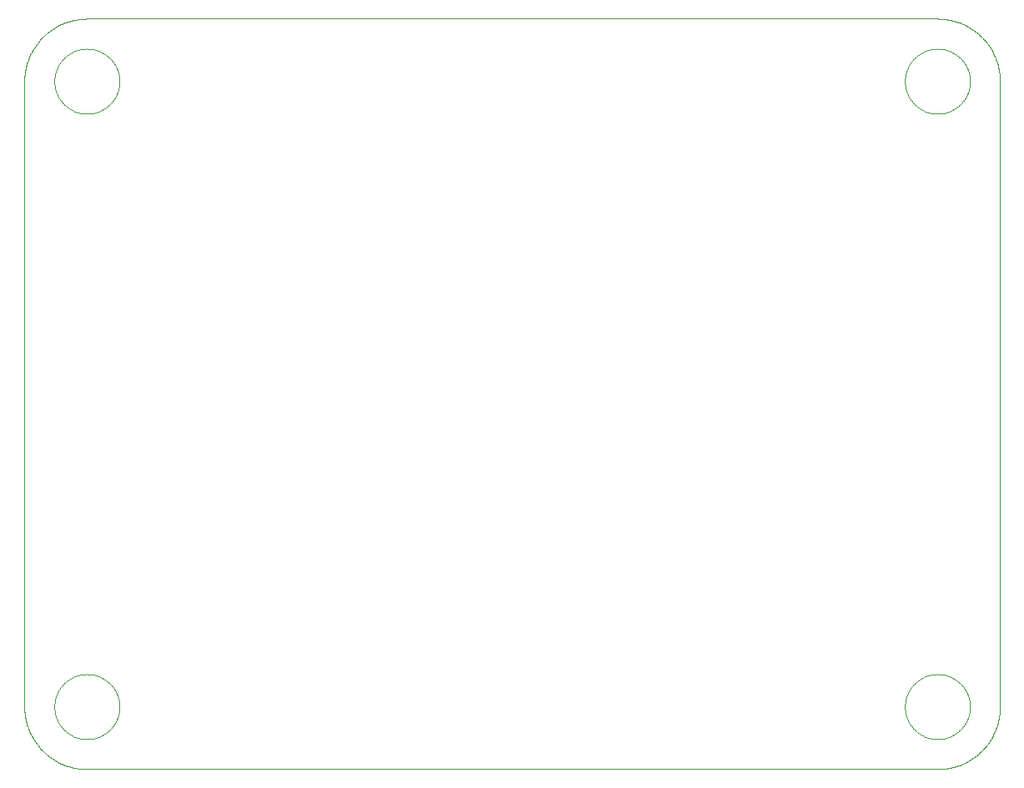
<source format=gtp>
G75*
%MOIN*%
%OFA0B0*%
%FSLAX25Y25*%
%IPPOS*%
%LPD*%
%AMOC8*
5,1,8,0,0,1.08239X$1,22.5*
%
%ADD10C,0.00000*%
D10*
X0026800Y0023933D02*
X0366800Y0023933D01*
X0353800Y0048933D02*
X0353804Y0049252D01*
X0353816Y0049571D01*
X0353835Y0049889D01*
X0353863Y0050207D01*
X0353898Y0050524D01*
X0353941Y0050840D01*
X0353991Y0051156D01*
X0354050Y0051469D01*
X0354116Y0051781D01*
X0354190Y0052092D01*
X0354271Y0052400D01*
X0354360Y0052707D01*
X0354456Y0053011D01*
X0354560Y0053313D01*
X0354671Y0053612D01*
X0354790Y0053908D01*
X0354915Y0054201D01*
X0355048Y0054491D01*
X0355188Y0054778D01*
X0355335Y0055061D01*
X0355489Y0055341D01*
X0355650Y0055616D01*
X0355817Y0055888D01*
X0355991Y0056155D01*
X0356171Y0056419D01*
X0356358Y0056677D01*
X0356551Y0056931D01*
X0356751Y0057180D01*
X0356956Y0057424D01*
X0357168Y0057663D01*
X0357385Y0057897D01*
X0357608Y0058125D01*
X0357836Y0058348D01*
X0358070Y0058565D01*
X0358309Y0058777D01*
X0358553Y0058982D01*
X0358802Y0059182D01*
X0359056Y0059375D01*
X0359314Y0059562D01*
X0359578Y0059742D01*
X0359845Y0059916D01*
X0360117Y0060083D01*
X0360392Y0060244D01*
X0360672Y0060398D01*
X0360955Y0060545D01*
X0361242Y0060685D01*
X0361532Y0060818D01*
X0361825Y0060943D01*
X0362121Y0061062D01*
X0362420Y0061173D01*
X0362722Y0061277D01*
X0363026Y0061373D01*
X0363333Y0061462D01*
X0363641Y0061543D01*
X0363952Y0061617D01*
X0364264Y0061683D01*
X0364577Y0061742D01*
X0364893Y0061792D01*
X0365209Y0061835D01*
X0365526Y0061870D01*
X0365844Y0061898D01*
X0366162Y0061917D01*
X0366481Y0061929D01*
X0366800Y0061933D01*
X0367119Y0061929D01*
X0367438Y0061917D01*
X0367756Y0061898D01*
X0368074Y0061870D01*
X0368391Y0061835D01*
X0368707Y0061792D01*
X0369023Y0061742D01*
X0369336Y0061683D01*
X0369648Y0061617D01*
X0369959Y0061543D01*
X0370267Y0061462D01*
X0370574Y0061373D01*
X0370878Y0061277D01*
X0371180Y0061173D01*
X0371479Y0061062D01*
X0371775Y0060943D01*
X0372068Y0060818D01*
X0372358Y0060685D01*
X0372645Y0060545D01*
X0372928Y0060398D01*
X0373208Y0060244D01*
X0373483Y0060083D01*
X0373755Y0059916D01*
X0374022Y0059742D01*
X0374286Y0059562D01*
X0374544Y0059375D01*
X0374798Y0059182D01*
X0375047Y0058982D01*
X0375291Y0058777D01*
X0375530Y0058565D01*
X0375764Y0058348D01*
X0375992Y0058125D01*
X0376215Y0057897D01*
X0376432Y0057663D01*
X0376644Y0057424D01*
X0376849Y0057180D01*
X0377049Y0056931D01*
X0377242Y0056677D01*
X0377429Y0056419D01*
X0377609Y0056155D01*
X0377783Y0055888D01*
X0377950Y0055616D01*
X0378111Y0055341D01*
X0378265Y0055061D01*
X0378412Y0054778D01*
X0378552Y0054491D01*
X0378685Y0054201D01*
X0378810Y0053908D01*
X0378929Y0053612D01*
X0379040Y0053313D01*
X0379144Y0053011D01*
X0379240Y0052707D01*
X0379329Y0052400D01*
X0379410Y0052092D01*
X0379484Y0051781D01*
X0379550Y0051469D01*
X0379609Y0051156D01*
X0379659Y0050840D01*
X0379702Y0050524D01*
X0379737Y0050207D01*
X0379765Y0049889D01*
X0379784Y0049571D01*
X0379796Y0049252D01*
X0379800Y0048933D01*
X0379796Y0048614D01*
X0379784Y0048295D01*
X0379765Y0047977D01*
X0379737Y0047659D01*
X0379702Y0047342D01*
X0379659Y0047026D01*
X0379609Y0046710D01*
X0379550Y0046397D01*
X0379484Y0046085D01*
X0379410Y0045774D01*
X0379329Y0045466D01*
X0379240Y0045159D01*
X0379144Y0044855D01*
X0379040Y0044553D01*
X0378929Y0044254D01*
X0378810Y0043958D01*
X0378685Y0043665D01*
X0378552Y0043375D01*
X0378412Y0043088D01*
X0378265Y0042805D01*
X0378111Y0042525D01*
X0377950Y0042250D01*
X0377783Y0041978D01*
X0377609Y0041711D01*
X0377429Y0041447D01*
X0377242Y0041189D01*
X0377049Y0040935D01*
X0376849Y0040686D01*
X0376644Y0040442D01*
X0376432Y0040203D01*
X0376215Y0039969D01*
X0375992Y0039741D01*
X0375764Y0039518D01*
X0375530Y0039301D01*
X0375291Y0039089D01*
X0375047Y0038884D01*
X0374798Y0038684D01*
X0374544Y0038491D01*
X0374286Y0038304D01*
X0374022Y0038124D01*
X0373755Y0037950D01*
X0373483Y0037783D01*
X0373208Y0037622D01*
X0372928Y0037468D01*
X0372645Y0037321D01*
X0372358Y0037181D01*
X0372068Y0037048D01*
X0371775Y0036923D01*
X0371479Y0036804D01*
X0371180Y0036693D01*
X0370878Y0036589D01*
X0370574Y0036493D01*
X0370267Y0036404D01*
X0369959Y0036323D01*
X0369648Y0036249D01*
X0369336Y0036183D01*
X0369023Y0036124D01*
X0368707Y0036074D01*
X0368391Y0036031D01*
X0368074Y0035996D01*
X0367756Y0035968D01*
X0367438Y0035949D01*
X0367119Y0035937D01*
X0366800Y0035933D01*
X0366481Y0035937D01*
X0366162Y0035949D01*
X0365844Y0035968D01*
X0365526Y0035996D01*
X0365209Y0036031D01*
X0364893Y0036074D01*
X0364577Y0036124D01*
X0364264Y0036183D01*
X0363952Y0036249D01*
X0363641Y0036323D01*
X0363333Y0036404D01*
X0363026Y0036493D01*
X0362722Y0036589D01*
X0362420Y0036693D01*
X0362121Y0036804D01*
X0361825Y0036923D01*
X0361532Y0037048D01*
X0361242Y0037181D01*
X0360955Y0037321D01*
X0360672Y0037468D01*
X0360392Y0037622D01*
X0360117Y0037783D01*
X0359845Y0037950D01*
X0359578Y0038124D01*
X0359314Y0038304D01*
X0359056Y0038491D01*
X0358802Y0038684D01*
X0358553Y0038884D01*
X0358309Y0039089D01*
X0358070Y0039301D01*
X0357836Y0039518D01*
X0357608Y0039741D01*
X0357385Y0039969D01*
X0357168Y0040203D01*
X0356956Y0040442D01*
X0356751Y0040686D01*
X0356551Y0040935D01*
X0356358Y0041189D01*
X0356171Y0041447D01*
X0355991Y0041711D01*
X0355817Y0041978D01*
X0355650Y0042250D01*
X0355489Y0042525D01*
X0355335Y0042805D01*
X0355188Y0043088D01*
X0355048Y0043375D01*
X0354915Y0043665D01*
X0354790Y0043958D01*
X0354671Y0044254D01*
X0354560Y0044553D01*
X0354456Y0044855D01*
X0354360Y0045159D01*
X0354271Y0045466D01*
X0354190Y0045774D01*
X0354116Y0046085D01*
X0354050Y0046397D01*
X0353991Y0046710D01*
X0353941Y0047026D01*
X0353898Y0047342D01*
X0353863Y0047659D01*
X0353835Y0047977D01*
X0353816Y0048295D01*
X0353804Y0048614D01*
X0353800Y0048933D01*
X0366800Y0023933D02*
X0367404Y0023940D01*
X0368008Y0023962D01*
X0368611Y0023999D01*
X0369213Y0024050D01*
X0369813Y0024115D01*
X0370412Y0024195D01*
X0371009Y0024290D01*
X0371603Y0024399D01*
X0372195Y0024522D01*
X0372783Y0024659D01*
X0373368Y0024811D01*
X0373949Y0024977D01*
X0374525Y0025157D01*
X0375098Y0025350D01*
X0375665Y0025558D01*
X0376227Y0025779D01*
X0376784Y0026013D01*
X0377335Y0026261D01*
X0377880Y0026522D01*
X0378418Y0026797D01*
X0378950Y0027084D01*
X0379474Y0027384D01*
X0379991Y0027696D01*
X0380500Y0028021D01*
X0381002Y0028358D01*
X0381495Y0028708D01*
X0381979Y0029069D01*
X0382455Y0029441D01*
X0382921Y0029825D01*
X0383378Y0030220D01*
X0383825Y0030626D01*
X0384263Y0031043D01*
X0384690Y0031470D01*
X0385107Y0031908D01*
X0385513Y0032355D01*
X0385908Y0032812D01*
X0386292Y0033278D01*
X0386664Y0033754D01*
X0387025Y0034238D01*
X0387375Y0034731D01*
X0387712Y0035233D01*
X0388037Y0035742D01*
X0388349Y0036259D01*
X0388649Y0036783D01*
X0388936Y0037315D01*
X0389211Y0037853D01*
X0389472Y0038398D01*
X0389720Y0038949D01*
X0389954Y0039506D01*
X0390175Y0040068D01*
X0390383Y0040635D01*
X0390576Y0041208D01*
X0390756Y0041784D01*
X0390922Y0042365D01*
X0391074Y0042950D01*
X0391211Y0043538D01*
X0391334Y0044130D01*
X0391443Y0044724D01*
X0391538Y0045321D01*
X0391618Y0045920D01*
X0391683Y0046520D01*
X0391734Y0047122D01*
X0391771Y0047725D01*
X0391793Y0048329D01*
X0391800Y0048933D01*
X0391800Y0298933D01*
X0353800Y0298933D02*
X0353804Y0299252D01*
X0353816Y0299571D01*
X0353835Y0299889D01*
X0353863Y0300207D01*
X0353898Y0300524D01*
X0353941Y0300840D01*
X0353991Y0301156D01*
X0354050Y0301469D01*
X0354116Y0301781D01*
X0354190Y0302092D01*
X0354271Y0302400D01*
X0354360Y0302707D01*
X0354456Y0303011D01*
X0354560Y0303313D01*
X0354671Y0303612D01*
X0354790Y0303908D01*
X0354915Y0304201D01*
X0355048Y0304491D01*
X0355188Y0304778D01*
X0355335Y0305061D01*
X0355489Y0305341D01*
X0355650Y0305616D01*
X0355817Y0305888D01*
X0355991Y0306155D01*
X0356171Y0306419D01*
X0356358Y0306677D01*
X0356551Y0306931D01*
X0356751Y0307180D01*
X0356956Y0307424D01*
X0357168Y0307663D01*
X0357385Y0307897D01*
X0357608Y0308125D01*
X0357836Y0308348D01*
X0358070Y0308565D01*
X0358309Y0308777D01*
X0358553Y0308982D01*
X0358802Y0309182D01*
X0359056Y0309375D01*
X0359314Y0309562D01*
X0359578Y0309742D01*
X0359845Y0309916D01*
X0360117Y0310083D01*
X0360392Y0310244D01*
X0360672Y0310398D01*
X0360955Y0310545D01*
X0361242Y0310685D01*
X0361532Y0310818D01*
X0361825Y0310943D01*
X0362121Y0311062D01*
X0362420Y0311173D01*
X0362722Y0311277D01*
X0363026Y0311373D01*
X0363333Y0311462D01*
X0363641Y0311543D01*
X0363952Y0311617D01*
X0364264Y0311683D01*
X0364577Y0311742D01*
X0364893Y0311792D01*
X0365209Y0311835D01*
X0365526Y0311870D01*
X0365844Y0311898D01*
X0366162Y0311917D01*
X0366481Y0311929D01*
X0366800Y0311933D01*
X0367119Y0311929D01*
X0367438Y0311917D01*
X0367756Y0311898D01*
X0368074Y0311870D01*
X0368391Y0311835D01*
X0368707Y0311792D01*
X0369023Y0311742D01*
X0369336Y0311683D01*
X0369648Y0311617D01*
X0369959Y0311543D01*
X0370267Y0311462D01*
X0370574Y0311373D01*
X0370878Y0311277D01*
X0371180Y0311173D01*
X0371479Y0311062D01*
X0371775Y0310943D01*
X0372068Y0310818D01*
X0372358Y0310685D01*
X0372645Y0310545D01*
X0372928Y0310398D01*
X0373208Y0310244D01*
X0373483Y0310083D01*
X0373755Y0309916D01*
X0374022Y0309742D01*
X0374286Y0309562D01*
X0374544Y0309375D01*
X0374798Y0309182D01*
X0375047Y0308982D01*
X0375291Y0308777D01*
X0375530Y0308565D01*
X0375764Y0308348D01*
X0375992Y0308125D01*
X0376215Y0307897D01*
X0376432Y0307663D01*
X0376644Y0307424D01*
X0376849Y0307180D01*
X0377049Y0306931D01*
X0377242Y0306677D01*
X0377429Y0306419D01*
X0377609Y0306155D01*
X0377783Y0305888D01*
X0377950Y0305616D01*
X0378111Y0305341D01*
X0378265Y0305061D01*
X0378412Y0304778D01*
X0378552Y0304491D01*
X0378685Y0304201D01*
X0378810Y0303908D01*
X0378929Y0303612D01*
X0379040Y0303313D01*
X0379144Y0303011D01*
X0379240Y0302707D01*
X0379329Y0302400D01*
X0379410Y0302092D01*
X0379484Y0301781D01*
X0379550Y0301469D01*
X0379609Y0301156D01*
X0379659Y0300840D01*
X0379702Y0300524D01*
X0379737Y0300207D01*
X0379765Y0299889D01*
X0379784Y0299571D01*
X0379796Y0299252D01*
X0379800Y0298933D01*
X0379796Y0298614D01*
X0379784Y0298295D01*
X0379765Y0297977D01*
X0379737Y0297659D01*
X0379702Y0297342D01*
X0379659Y0297026D01*
X0379609Y0296710D01*
X0379550Y0296397D01*
X0379484Y0296085D01*
X0379410Y0295774D01*
X0379329Y0295466D01*
X0379240Y0295159D01*
X0379144Y0294855D01*
X0379040Y0294553D01*
X0378929Y0294254D01*
X0378810Y0293958D01*
X0378685Y0293665D01*
X0378552Y0293375D01*
X0378412Y0293088D01*
X0378265Y0292805D01*
X0378111Y0292525D01*
X0377950Y0292250D01*
X0377783Y0291978D01*
X0377609Y0291711D01*
X0377429Y0291447D01*
X0377242Y0291189D01*
X0377049Y0290935D01*
X0376849Y0290686D01*
X0376644Y0290442D01*
X0376432Y0290203D01*
X0376215Y0289969D01*
X0375992Y0289741D01*
X0375764Y0289518D01*
X0375530Y0289301D01*
X0375291Y0289089D01*
X0375047Y0288884D01*
X0374798Y0288684D01*
X0374544Y0288491D01*
X0374286Y0288304D01*
X0374022Y0288124D01*
X0373755Y0287950D01*
X0373483Y0287783D01*
X0373208Y0287622D01*
X0372928Y0287468D01*
X0372645Y0287321D01*
X0372358Y0287181D01*
X0372068Y0287048D01*
X0371775Y0286923D01*
X0371479Y0286804D01*
X0371180Y0286693D01*
X0370878Y0286589D01*
X0370574Y0286493D01*
X0370267Y0286404D01*
X0369959Y0286323D01*
X0369648Y0286249D01*
X0369336Y0286183D01*
X0369023Y0286124D01*
X0368707Y0286074D01*
X0368391Y0286031D01*
X0368074Y0285996D01*
X0367756Y0285968D01*
X0367438Y0285949D01*
X0367119Y0285937D01*
X0366800Y0285933D01*
X0366481Y0285937D01*
X0366162Y0285949D01*
X0365844Y0285968D01*
X0365526Y0285996D01*
X0365209Y0286031D01*
X0364893Y0286074D01*
X0364577Y0286124D01*
X0364264Y0286183D01*
X0363952Y0286249D01*
X0363641Y0286323D01*
X0363333Y0286404D01*
X0363026Y0286493D01*
X0362722Y0286589D01*
X0362420Y0286693D01*
X0362121Y0286804D01*
X0361825Y0286923D01*
X0361532Y0287048D01*
X0361242Y0287181D01*
X0360955Y0287321D01*
X0360672Y0287468D01*
X0360392Y0287622D01*
X0360117Y0287783D01*
X0359845Y0287950D01*
X0359578Y0288124D01*
X0359314Y0288304D01*
X0359056Y0288491D01*
X0358802Y0288684D01*
X0358553Y0288884D01*
X0358309Y0289089D01*
X0358070Y0289301D01*
X0357836Y0289518D01*
X0357608Y0289741D01*
X0357385Y0289969D01*
X0357168Y0290203D01*
X0356956Y0290442D01*
X0356751Y0290686D01*
X0356551Y0290935D01*
X0356358Y0291189D01*
X0356171Y0291447D01*
X0355991Y0291711D01*
X0355817Y0291978D01*
X0355650Y0292250D01*
X0355489Y0292525D01*
X0355335Y0292805D01*
X0355188Y0293088D01*
X0355048Y0293375D01*
X0354915Y0293665D01*
X0354790Y0293958D01*
X0354671Y0294254D01*
X0354560Y0294553D01*
X0354456Y0294855D01*
X0354360Y0295159D01*
X0354271Y0295466D01*
X0354190Y0295774D01*
X0354116Y0296085D01*
X0354050Y0296397D01*
X0353991Y0296710D01*
X0353941Y0297026D01*
X0353898Y0297342D01*
X0353863Y0297659D01*
X0353835Y0297977D01*
X0353816Y0298295D01*
X0353804Y0298614D01*
X0353800Y0298933D01*
X0366800Y0323933D02*
X0367404Y0323926D01*
X0368008Y0323904D01*
X0368611Y0323867D01*
X0369213Y0323816D01*
X0369813Y0323751D01*
X0370412Y0323671D01*
X0371009Y0323576D01*
X0371603Y0323467D01*
X0372195Y0323344D01*
X0372783Y0323207D01*
X0373368Y0323055D01*
X0373949Y0322889D01*
X0374525Y0322709D01*
X0375098Y0322516D01*
X0375665Y0322308D01*
X0376227Y0322087D01*
X0376784Y0321853D01*
X0377335Y0321605D01*
X0377880Y0321344D01*
X0378418Y0321069D01*
X0378950Y0320782D01*
X0379474Y0320482D01*
X0379991Y0320170D01*
X0380500Y0319845D01*
X0381002Y0319508D01*
X0381495Y0319158D01*
X0381979Y0318797D01*
X0382455Y0318425D01*
X0382921Y0318041D01*
X0383378Y0317646D01*
X0383825Y0317240D01*
X0384263Y0316823D01*
X0384690Y0316396D01*
X0385107Y0315958D01*
X0385513Y0315511D01*
X0385908Y0315054D01*
X0386292Y0314588D01*
X0386664Y0314112D01*
X0387025Y0313628D01*
X0387375Y0313135D01*
X0387712Y0312633D01*
X0388037Y0312124D01*
X0388349Y0311607D01*
X0388649Y0311083D01*
X0388936Y0310551D01*
X0389211Y0310013D01*
X0389472Y0309468D01*
X0389720Y0308917D01*
X0389954Y0308360D01*
X0390175Y0307798D01*
X0390383Y0307231D01*
X0390576Y0306658D01*
X0390756Y0306082D01*
X0390922Y0305501D01*
X0391074Y0304916D01*
X0391211Y0304328D01*
X0391334Y0303736D01*
X0391443Y0303142D01*
X0391538Y0302545D01*
X0391618Y0301946D01*
X0391683Y0301346D01*
X0391734Y0300744D01*
X0391771Y0300141D01*
X0391793Y0299537D01*
X0391800Y0298933D01*
X0366800Y0323933D02*
X0026800Y0323933D01*
X0013800Y0298933D02*
X0013804Y0299252D01*
X0013816Y0299571D01*
X0013835Y0299889D01*
X0013863Y0300207D01*
X0013898Y0300524D01*
X0013941Y0300840D01*
X0013991Y0301156D01*
X0014050Y0301469D01*
X0014116Y0301781D01*
X0014190Y0302092D01*
X0014271Y0302400D01*
X0014360Y0302707D01*
X0014456Y0303011D01*
X0014560Y0303313D01*
X0014671Y0303612D01*
X0014790Y0303908D01*
X0014915Y0304201D01*
X0015048Y0304491D01*
X0015188Y0304778D01*
X0015335Y0305061D01*
X0015489Y0305341D01*
X0015650Y0305616D01*
X0015817Y0305888D01*
X0015991Y0306155D01*
X0016171Y0306419D01*
X0016358Y0306677D01*
X0016551Y0306931D01*
X0016751Y0307180D01*
X0016956Y0307424D01*
X0017168Y0307663D01*
X0017385Y0307897D01*
X0017608Y0308125D01*
X0017836Y0308348D01*
X0018070Y0308565D01*
X0018309Y0308777D01*
X0018553Y0308982D01*
X0018802Y0309182D01*
X0019056Y0309375D01*
X0019314Y0309562D01*
X0019578Y0309742D01*
X0019845Y0309916D01*
X0020117Y0310083D01*
X0020392Y0310244D01*
X0020672Y0310398D01*
X0020955Y0310545D01*
X0021242Y0310685D01*
X0021532Y0310818D01*
X0021825Y0310943D01*
X0022121Y0311062D01*
X0022420Y0311173D01*
X0022722Y0311277D01*
X0023026Y0311373D01*
X0023333Y0311462D01*
X0023641Y0311543D01*
X0023952Y0311617D01*
X0024264Y0311683D01*
X0024577Y0311742D01*
X0024893Y0311792D01*
X0025209Y0311835D01*
X0025526Y0311870D01*
X0025844Y0311898D01*
X0026162Y0311917D01*
X0026481Y0311929D01*
X0026800Y0311933D01*
X0027119Y0311929D01*
X0027438Y0311917D01*
X0027756Y0311898D01*
X0028074Y0311870D01*
X0028391Y0311835D01*
X0028707Y0311792D01*
X0029023Y0311742D01*
X0029336Y0311683D01*
X0029648Y0311617D01*
X0029959Y0311543D01*
X0030267Y0311462D01*
X0030574Y0311373D01*
X0030878Y0311277D01*
X0031180Y0311173D01*
X0031479Y0311062D01*
X0031775Y0310943D01*
X0032068Y0310818D01*
X0032358Y0310685D01*
X0032645Y0310545D01*
X0032928Y0310398D01*
X0033208Y0310244D01*
X0033483Y0310083D01*
X0033755Y0309916D01*
X0034022Y0309742D01*
X0034286Y0309562D01*
X0034544Y0309375D01*
X0034798Y0309182D01*
X0035047Y0308982D01*
X0035291Y0308777D01*
X0035530Y0308565D01*
X0035764Y0308348D01*
X0035992Y0308125D01*
X0036215Y0307897D01*
X0036432Y0307663D01*
X0036644Y0307424D01*
X0036849Y0307180D01*
X0037049Y0306931D01*
X0037242Y0306677D01*
X0037429Y0306419D01*
X0037609Y0306155D01*
X0037783Y0305888D01*
X0037950Y0305616D01*
X0038111Y0305341D01*
X0038265Y0305061D01*
X0038412Y0304778D01*
X0038552Y0304491D01*
X0038685Y0304201D01*
X0038810Y0303908D01*
X0038929Y0303612D01*
X0039040Y0303313D01*
X0039144Y0303011D01*
X0039240Y0302707D01*
X0039329Y0302400D01*
X0039410Y0302092D01*
X0039484Y0301781D01*
X0039550Y0301469D01*
X0039609Y0301156D01*
X0039659Y0300840D01*
X0039702Y0300524D01*
X0039737Y0300207D01*
X0039765Y0299889D01*
X0039784Y0299571D01*
X0039796Y0299252D01*
X0039800Y0298933D01*
X0039796Y0298614D01*
X0039784Y0298295D01*
X0039765Y0297977D01*
X0039737Y0297659D01*
X0039702Y0297342D01*
X0039659Y0297026D01*
X0039609Y0296710D01*
X0039550Y0296397D01*
X0039484Y0296085D01*
X0039410Y0295774D01*
X0039329Y0295466D01*
X0039240Y0295159D01*
X0039144Y0294855D01*
X0039040Y0294553D01*
X0038929Y0294254D01*
X0038810Y0293958D01*
X0038685Y0293665D01*
X0038552Y0293375D01*
X0038412Y0293088D01*
X0038265Y0292805D01*
X0038111Y0292525D01*
X0037950Y0292250D01*
X0037783Y0291978D01*
X0037609Y0291711D01*
X0037429Y0291447D01*
X0037242Y0291189D01*
X0037049Y0290935D01*
X0036849Y0290686D01*
X0036644Y0290442D01*
X0036432Y0290203D01*
X0036215Y0289969D01*
X0035992Y0289741D01*
X0035764Y0289518D01*
X0035530Y0289301D01*
X0035291Y0289089D01*
X0035047Y0288884D01*
X0034798Y0288684D01*
X0034544Y0288491D01*
X0034286Y0288304D01*
X0034022Y0288124D01*
X0033755Y0287950D01*
X0033483Y0287783D01*
X0033208Y0287622D01*
X0032928Y0287468D01*
X0032645Y0287321D01*
X0032358Y0287181D01*
X0032068Y0287048D01*
X0031775Y0286923D01*
X0031479Y0286804D01*
X0031180Y0286693D01*
X0030878Y0286589D01*
X0030574Y0286493D01*
X0030267Y0286404D01*
X0029959Y0286323D01*
X0029648Y0286249D01*
X0029336Y0286183D01*
X0029023Y0286124D01*
X0028707Y0286074D01*
X0028391Y0286031D01*
X0028074Y0285996D01*
X0027756Y0285968D01*
X0027438Y0285949D01*
X0027119Y0285937D01*
X0026800Y0285933D01*
X0026481Y0285937D01*
X0026162Y0285949D01*
X0025844Y0285968D01*
X0025526Y0285996D01*
X0025209Y0286031D01*
X0024893Y0286074D01*
X0024577Y0286124D01*
X0024264Y0286183D01*
X0023952Y0286249D01*
X0023641Y0286323D01*
X0023333Y0286404D01*
X0023026Y0286493D01*
X0022722Y0286589D01*
X0022420Y0286693D01*
X0022121Y0286804D01*
X0021825Y0286923D01*
X0021532Y0287048D01*
X0021242Y0287181D01*
X0020955Y0287321D01*
X0020672Y0287468D01*
X0020392Y0287622D01*
X0020117Y0287783D01*
X0019845Y0287950D01*
X0019578Y0288124D01*
X0019314Y0288304D01*
X0019056Y0288491D01*
X0018802Y0288684D01*
X0018553Y0288884D01*
X0018309Y0289089D01*
X0018070Y0289301D01*
X0017836Y0289518D01*
X0017608Y0289741D01*
X0017385Y0289969D01*
X0017168Y0290203D01*
X0016956Y0290442D01*
X0016751Y0290686D01*
X0016551Y0290935D01*
X0016358Y0291189D01*
X0016171Y0291447D01*
X0015991Y0291711D01*
X0015817Y0291978D01*
X0015650Y0292250D01*
X0015489Y0292525D01*
X0015335Y0292805D01*
X0015188Y0293088D01*
X0015048Y0293375D01*
X0014915Y0293665D01*
X0014790Y0293958D01*
X0014671Y0294254D01*
X0014560Y0294553D01*
X0014456Y0294855D01*
X0014360Y0295159D01*
X0014271Y0295466D01*
X0014190Y0295774D01*
X0014116Y0296085D01*
X0014050Y0296397D01*
X0013991Y0296710D01*
X0013941Y0297026D01*
X0013898Y0297342D01*
X0013863Y0297659D01*
X0013835Y0297977D01*
X0013816Y0298295D01*
X0013804Y0298614D01*
X0013800Y0298933D01*
X0001800Y0298933D02*
X0001800Y0048933D01*
X0013800Y0048933D02*
X0013804Y0049252D01*
X0013816Y0049571D01*
X0013835Y0049889D01*
X0013863Y0050207D01*
X0013898Y0050524D01*
X0013941Y0050840D01*
X0013991Y0051156D01*
X0014050Y0051469D01*
X0014116Y0051781D01*
X0014190Y0052092D01*
X0014271Y0052400D01*
X0014360Y0052707D01*
X0014456Y0053011D01*
X0014560Y0053313D01*
X0014671Y0053612D01*
X0014790Y0053908D01*
X0014915Y0054201D01*
X0015048Y0054491D01*
X0015188Y0054778D01*
X0015335Y0055061D01*
X0015489Y0055341D01*
X0015650Y0055616D01*
X0015817Y0055888D01*
X0015991Y0056155D01*
X0016171Y0056419D01*
X0016358Y0056677D01*
X0016551Y0056931D01*
X0016751Y0057180D01*
X0016956Y0057424D01*
X0017168Y0057663D01*
X0017385Y0057897D01*
X0017608Y0058125D01*
X0017836Y0058348D01*
X0018070Y0058565D01*
X0018309Y0058777D01*
X0018553Y0058982D01*
X0018802Y0059182D01*
X0019056Y0059375D01*
X0019314Y0059562D01*
X0019578Y0059742D01*
X0019845Y0059916D01*
X0020117Y0060083D01*
X0020392Y0060244D01*
X0020672Y0060398D01*
X0020955Y0060545D01*
X0021242Y0060685D01*
X0021532Y0060818D01*
X0021825Y0060943D01*
X0022121Y0061062D01*
X0022420Y0061173D01*
X0022722Y0061277D01*
X0023026Y0061373D01*
X0023333Y0061462D01*
X0023641Y0061543D01*
X0023952Y0061617D01*
X0024264Y0061683D01*
X0024577Y0061742D01*
X0024893Y0061792D01*
X0025209Y0061835D01*
X0025526Y0061870D01*
X0025844Y0061898D01*
X0026162Y0061917D01*
X0026481Y0061929D01*
X0026800Y0061933D01*
X0027119Y0061929D01*
X0027438Y0061917D01*
X0027756Y0061898D01*
X0028074Y0061870D01*
X0028391Y0061835D01*
X0028707Y0061792D01*
X0029023Y0061742D01*
X0029336Y0061683D01*
X0029648Y0061617D01*
X0029959Y0061543D01*
X0030267Y0061462D01*
X0030574Y0061373D01*
X0030878Y0061277D01*
X0031180Y0061173D01*
X0031479Y0061062D01*
X0031775Y0060943D01*
X0032068Y0060818D01*
X0032358Y0060685D01*
X0032645Y0060545D01*
X0032928Y0060398D01*
X0033208Y0060244D01*
X0033483Y0060083D01*
X0033755Y0059916D01*
X0034022Y0059742D01*
X0034286Y0059562D01*
X0034544Y0059375D01*
X0034798Y0059182D01*
X0035047Y0058982D01*
X0035291Y0058777D01*
X0035530Y0058565D01*
X0035764Y0058348D01*
X0035992Y0058125D01*
X0036215Y0057897D01*
X0036432Y0057663D01*
X0036644Y0057424D01*
X0036849Y0057180D01*
X0037049Y0056931D01*
X0037242Y0056677D01*
X0037429Y0056419D01*
X0037609Y0056155D01*
X0037783Y0055888D01*
X0037950Y0055616D01*
X0038111Y0055341D01*
X0038265Y0055061D01*
X0038412Y0054778D01*
X0038552Y0054491D01*
X0038685Y0054201D01*
X0038810Y0053908D01*
X0038929Y0053612D01*
X0039040Y0053313D01*
X0039144Y0053011D01*
X0039240Y0052707D01*
X0039329Y0052400D01*
X0039410Y0052092D01*
X0039484Y0051781D01*
X0039550Y0051469D01*
X0039609Y0051156D01*
X0039659Y0050840D01*
X0039702Y0050524D01*
X0039737Y0050207D01*
X0039765Y0049889D01*
X0039784Y0049571D01*
X0039796Y0049252D01*
X0039800Y0048933D01*
X0039796Y0048614D01*
X0039784Y0048295D01*
X0039765Y0047977D01*
X0039737Y0047659D01*
X0039702Y0047342D01*
X0039659Y0047026D01*
X0039609Y0046710D01*
X0039550Y0046397D01*
X0039484Y0046085D01*
X0039410Y0045774D01*
X0039329Y0045466D01*
X0039240Y0045159D01*
X0039144Y0044855D01*
X0039040Y0044553D01*
X0038929Y0044254D01*
X0038810Y0043958D01*
X0038685Y0043665D01*
X0038552Y0043375D01*
X0038412Y0043088D01*
X0038265Y0042805D01*
X0038111Y0042525D01*
X0037950Y0042250D01*
X0037783Y0041978D01*
X0037609Y0041711D01*
X0037429Y0041447D01*
X0037242Y0041189D01*
X0037049Y0040935D01*
X0036849Y0040686D01*
X0036644Y0040442D01*
X0036432Y0040203D01*
X0036215Y0039969D01*
X0035992Y0039741D01*
X0035764Y0039518D01*
X0035530Y0039301D01*
X0035291Y0039089D01*
X0035047Y0038884D01*
X0034798Y0038684D01*
X0034544Y0038491D01*
X0034286Y0038304D01*
X0034022Y0038124D01*
X0033755Y0037950D01*
X0033483Y0037783D01*
X0033208Y0037622D01*
X0032928Y0037468D01*
X0032645Y0037321D01*
X0032358Y0037181D01*
X0032068Y0037048D01*
X0031775Y0036923D01*
X0031479Y0036804D01*
X0031180Y0036693D01*
X0030878Y0036589D01*
X0030574Y0036493D01*
X0030267Y0036404D01*
X0029959Y0036323D01*
X0029648Y0036249D01*
X0029336Y0036183D01*
X0029023Y0036124D01*
X0028707Y0036074D01*
X0028391Y0036031D01*
X0028074Y0035996D01*
X0027756Y0035968D01*
X0027438Y0035949D01*
X0027119Y0035937D01*
X0026800Y0035933D01*
X0026481Y0035937D01*
X0026162Y0035949D01*
X0025844Y0035968D01*
X0025526Y0035996D01*
X0025209Y0036031D01*
X0024893Y0036074D01*
X0024577Y0036124D01*
X0024264Y0036183D01*
X0023952Y0036249D01*
X0023641Y0036323D01*
X0023333Y0036404D01*
X0023026Y0036493D01*
X0022722Y0036589D01*
X0022420Y0036693D01*
X0022121Y0036804D01*
X0021825Y0036923D01*
X0021532Y0037048D01*
X0021242Y0037181D01*
X0020955Y0037321D01*
X0020672Y0037468D01*
X0020392Y0037622D01*
X0020117Y0037783D01*
X0019845Y0037950D01*
X0019578Y0038124D01*
X0019314Y0038304D01*
X0019056Y0038491D01*
X0018802Y0038684D01*
X0018553Y0038884D01*
X0018309Y0039089D01*
X0018070Y0039301D01*
X0017836Y0039518D01*
X0017608Y0039741D01*
X0017385Y0039969D01*
X0017168Y0040203D01*
X0016956Y0040442D01*
X0016751Y0040686D01*
X0016551Y0040935D01*
X0016358Y0041189D01*
X0016171Y0041447D01*
X0015991Y0041711D01*
X0015817Y0041978D01*
X0015650Y0042250D01*
X0015489Y0042525D01*
X0015335Y0042805D01*
X0015188Y0043088D01*
X0015048Y0043375D01*
X0014915Y0043665D01*
X0014790Y0043958D01*
X0014671Y0044254D01*
X0014560Y0044553D01*
X0014456Y0044855D01*
X0014360Y0045159D01*
X0014271Y0045466D01*
X0014190Y0045774D01*
X0014116Y0046085D01*
X0014050Y0046397D01*
X0013991Y0046710D01*
X0013941Y0047026D01*
X0013898Y0047342D01*
X0013863Y0047659D01*
X0013835Y0047977D01*
X0013816Y0048295D01*
X0013804Y0048614D01*
X0013800Y0048933D01*
X0001800Y0048933D02*
X0001807Y0048329D01*
X0001829Y0047725D01*
X0001866Y0047122D01*
X0001917Y0046520D01*
X0001982Y0045920D01*
X0002062Y0045321D01*
X0002157Y0044724D01*
X0002266Y0044130D01*
X0002389Y0043538D01*
X0002526Y0042950D01*
X0002678Y0042365D01*
X0002844Y0041784D01*
X0003024Y0041208D01*
X0003217Y0040635D01*
X0003425Y0040068D01*
X0003646Y0039506D01*
X0003880Y0038949D01*
X0004128Y0038398D01*
X0004389Y0037853D01*
X0004664Y0037315D01*
X0004951Y0036783D01*
X0005251Y0036259D01*
X0005563Y0035742D01*
X0005888Y0035233D01*
X0006225Y0034731D01*
X0006575Y0034238D01*
X0006936Y0033754D01*
X0007308Y0033278D01*
X0007692Y0032812D01*
X0008087Y0032355D01*
X0008493Y0031908D01*
X0008910Y0031470D01*
X0009337Y0031043D01*
X0009775Y0030626D01*
X0010222Y0030220D01*
X0010679Y0029825D01*
X0011145Y0029441D01*
X0011621Y0029069D01*
X0012105Y0028708D01*
X0012598Y0028358D01*
X0013100Y0028021D01*
X0013609Y0027696D01*
X0014126Y0027384D01*
X0014650Y0027084D01*
X0015182Y0026797D01*
X0015720Y0026522D01*
X0016265Y0026261D01*
X0016816Y0026013D01*
X0017373Y0025779D01*
X0017935Y0025558D01*
X0018502Y0025350D01*
X0019075Y0025157D01*
X0019651Y0024977D01*
X0020232Y0024811D01*
X0020817Y0024659D01*
X0021405Y0024522D01*
X0021997Y0024399D01*
X0022591Y0024290D01*
X0023188Y0024195D01*
X0023787Y0024115D01*
X0024387Y0024050D01*
X0024989Y0023999D01*
X0025592Y0023962D01*
X0026196Y0023940D01*
X0026800Y0023933D01*
X0001800Y0298933D02*
X0001807Y0299537D01*
X0001829Y0300141D01*
X0001866Y0300744D01*
X0001917Y0301346D01*
X0001982Y0301946D01*
X0002062Y0302545D01*
X0002157Y0303142D01*
X0002266Y0303736D01*
X0002389Y0304328D01*
X0002526Y0304916D01*
X0002678Y0305501D01*
X0002844Y0306082D01*
X0003024Y0306658D01*
X0003217Y0307231D01*
X0003425Y0307798D01*
X0003646Y0308360D01*
X0003880Y0308917D01*
X0004128Y0309468D01*
X0004389Y0310013D01*
X0004664Y0310551D01*
X0004951Y0311083D01*
X0005251Y0311607D01*
X0005563Y0312124D01*
X0005888Y0312633D01*
X0006225Y0313135D01*
X0006575Y0313628D01*
X0006936Y0314112D01*
X0007308Y0314588D01*
X0007692Y0315054D01*
X0008087Y0315511D01*
X0008493Y0315958D01*
X0008910Y0316396D01*
X0009337Y0316823D01*
X0009775Y0317240D01*
X0010222Y0317646D01*
X0010679Y0318041D01*
X0011145Y0318425D01*
X0011621Y0318797D01*
X0012105Y0319158D01*
X0012598Y0319508D01*
X0013100Y0319845D01*
X0013609Y0320170D01*
X0014126Y0320482D01*
X0014650Y0320782D01*
X0015182Y0321069D01*
X0015720Y0321344D01*
X0016265Y0321605D01*
X0016816Y0321853D01*
X0017373Y0322087D01*
X0017935Y0322308D01*
X0018502Y0322516D01*
X0019075Y0322709D01*
X0019651Y0322889D01*
X0020232Y0323055D01*
X0020817Y0323207D01*
X0021405Y0323344D01*
X0021997Y0323467D01*
X0022591Y0323576D01*
X0023188Y0323671D01*
X0023787Y0323751D01*
X0024387Y0323816D01*
X0024989Y0323867D01*
X0025592Y0323904D01*
X0026196Y0323926D01*
X0026800Y0323933D01*
M02*

</source>
